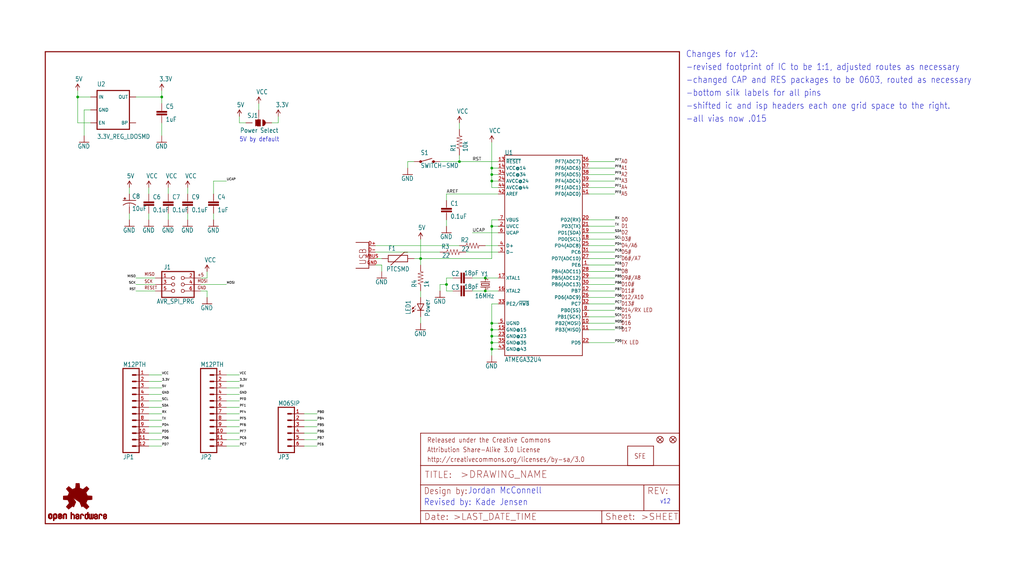
<source format=kicad_sch>
(kicad_sch (version 20211123) (generator eeschema)
  (paper "User" 401.98 225.476)
  (lib_symbols
    (symbol "eagleSchem-eagle-import:3.3V" (power)
      (property "Value" "3.3V" (at -1.016 3.556 0))
      (symbol "3.3V_1_0"
        (pin power_in line (at 0 0 90) (length 2.54) (name "3.3V") (number "1"))
      )
    )
    (symbol "eagleSchem-eagle-import:5V" (power)
      (property "Value" "5V" (at -1.016 3.556 0))
      (symbol "5V_1_0"
        (pin power_in line (at 0 0 90) (length 2.54) (name "5V") (number "1"))
      )
    )
    (symbol "eagleSchem-eagle-import:ATMEGA32U41{colon}1"
      (property "Value" "ATMEGA32U41{colon}1" (at -15.24 -43.18 0))
      (symbol "ATMEGA32U41{colon}1_1_0"
        (text "A0" (at 30.48 34.798 0) (effects (font (size 1.524 1.2954)) (justify left bottom)))
        (text "A1" (at 30.48 32.258 0) (effects (font (size 1.524 1.2954)) (justify left bottom)))
        (text "A2" (at 30.48 29.718 0) (effects (font (size 1.524 1.2954)) (justify left bottom)))
        (text "A3" (at 30.48 27.178 0) (effects (font (size 1.524 1.2954)) (justify left bottom)))
        (text "A4" (at 30.48 24.638 0) (effects (font (size 1.524 1.2954)) (justify left bottom)))
        (text "A5" (at 30.48 22.098 0) (effects (font (size 1.524 1.2954)) (justify left bottom)))
        (text "D0" (at 30.48 11.938 0) (effects (font (size 1.524 1.2954)) (justify left bottom)))
        (text "D1" (at 30.48 9.398 0) (effects (font (size 1.524 1.2954)) (justify left bottom)))
        (text "D10#" (at 30.48 -13.462 0) (effects (font (size 1.524 1.2954)) (justify left bottom)))
        (text "D11#" (at 30.48 -16.002 0) (effects (font (size 1.524 1.2954)) (justify left bottom)))
        (text "D12/A10" (at 30.48 -18.542 0) (effects (font (size 1.524 1.2954)) (justify left bottom)))
        (text "D13#" (at 30.48 -21.082 0) (effects (font (size 1.524 1.2954)) (justify left bottom)))
        (text "D14/RX LED" (at 30.48 -23.622 0) (effects (font (size 1.524 1.2954)) (justify left bottom)))
        (text "D15" (at 30.48 -26.162 0) (effects (font (size 1.524 1.2954)) (justify left bottom)))
        (text "D16" (at 30.48 -28.702 0) (effects (font (size 1.524 1.2954)) (justify left bottom)))
        (text "D17" (at 30.48 -31.242 0) (effects (font (size 1.524 1.2954)) (justify left bottom)))
        (text "D2" (at 30.48 6.858 0) (effects (font (size 1.524 1.2954)) (justify left bottom)))
        (text "D3#" (at 30.48 4.318 0) (effects (font (size 1.524 1.2954)) (justify left bottom)))
        (text "D4/A6" (at 30.48 1.778 0) (effects (font (size 1.524 1.2954)) (justify left bottom)))
        (text "D5#" (at 30.48 -0.762 0) (effects (font (size 1.524 1.2954)) (justify left bottom)))
        (text "D6#/A7" (at 30.48 -3.302 0) (effects (font (size 1.524 1.2954)) (justify left bottom)))
        (text "D7" (at 30.48 -5.842 0) (effects (font (size 1.524 1.2954)) (justify left bottom)))
        (text "D8" (at 30.48 -8.382 0) (effects (font (size 1.524 1.2954)) (justify left bottom)))
        (text "D9#/A8" (at 30.48 -10.922 0) (effects (font (size 1.524 1.2954)) (justify left bottom)))
        (text "TX LED" (at 30.48 -36.322 0) (effects (font (size 1.524 1.2954)) (justify left bottom)))
        (pin bidirectional line (at 17.78 -5.08 180) (length 2.54) (name "PE6") (number "1"))
        (pin bidirectional line (at 17.78 -27.94 180) (length 2.54) (name "PB2(MOSI)") (number "10"))
        (pin bidirectional line (at 17.78 -30.48 180) (length 2.54) (name "PB3(MISO)") (number "11"))
        (pin bidirectional line (at 17.78 -15.24 180) (length 2.54) (name "PB7") (number "12"))
        (pin bidirectional line (at -17.78 35.56 0) (length 2.54) (name "~{RESET}") (number "13"))
        (pin bidirectional line (at -17.78 33.02 0) (length 2.54) (name "VCC@14") (number "14"))
        (pin bidirectional line (at -17.78 -30.48 0) (length 2.54) (name "GND@15") (number "15"))
        (pin bidirectional line (at -17.78 -15.24 0) (length 2.54) (name "XTAL2") (number "16"))
        (pin bidirectional line (at -17.78 -10.16 0) (length 2.54) (name "XTAL1") (number "17"))
        (pin bidirectional line (at 17.78 5.08 180) (length 2.54) (name "PD0(SCL)") (number "18"))
        (pin bidirectional line (at 17.78 7.62 180) (length 2.54) (name "PD1(SDA)") (number "19"))
        (pin bidirectional line (at -17.78 10.16 0) (length 2.54) (name "UVCC") (number "2"))
        (pin bidirectional line (at 17.78 12.7 180) (length 2.54) (name "PD2(RX)") (number "20"))
        (pin bidirectional line (at 17.78 10.16 180) (length 2.54) (name "PD3(TX)") (number "21"))
        (pin bidirectional line (at 17.78 -35.56 180) (length 2.54) (name "PD5") (number "22"))
        (pin bidirectional line (at -17.78 -33.02 0) (length 2.54) (name "GND@23") (number "23"))
        (pin bidirectional line (at -17.78 27.94 0) (length 2.54) (name "AVCC@24") (number "24"))
        (pin bidirectional line (at 17.78 2.54 180) (length 2.54) (name "PD4(ADC8)") (number "25"))
        (pin bidirectional line (at 17.78 -17.78 180) (length 2.54) (name "PD6(ADC9)") (number "26"))
        (pin bidirectional line (at 17.78 -2.54 180) (length 2.54) (name "PD7(ADC10)") (number "27"))
        (pin bidirectional line (at 17.78 -7.62 180) (length 2.54) (name "PB4(ADC11)") (number "28"))
        (pin bidirectional line (at 17.78 -10.16 180) (length 2.54) (name "PB5(ADC12)") (number "29"))
        (pin bidirectional line (at -17.78 0 0) (length 2.54) (name "D-") (number "3"))
        (pin bidirectional line (at 17.78 -12.7 180) (length 2.54) (name "PB6(ADC13)") (number "30"))
        (pin bidirectional line (at 17.78 0 180) (length 2.54) (name "PC6") (number "31"))
        (pin bidirectional line (at 17.78 -20.32 180) (length 2.54) (name "PC7") (number "32"))
        (pin bidirectional line (at -17.78 -20.32 0) (length 2.54) (name "PE2/~{HWB}") (number "33"))
        (pin bidirectional line (at -17.78 30.48 0) (length 2.54) (name "VCC@34") (number "34"))
        (pin bidirectional line (at -17.78 -35.56 0) (length 2.54) (name "GND@35") (number "35"))
        (pin bidirectional line (at 17.78 35.56 180) (length 2.54) (name "PF7(ADC7)") (number "36"))
        (pin bidirectional line (at 17.78 33.02 180) (length 2.54) (name "PF6(ADC6)") (number "37"))
        (pin bidirectional line (at 17.78 30.48 180) (length 2.54) (name "PF5(ADC5)") (number "38"))
        (pin bidirectional line (at 17.78 27.94 180) (length 2.54) (name "PF4(ADC4)") (number "39"))
        (pin bidirectional line (at -17.78 2.54 0) (length 2.54) (name "D+") (number "4"))
        (pin bidirectional line (at 17.78 25.4 180) (length 2.54) (name "PF1(ADC1)") (number "40"))
        (pin bidirectional line (at 17.78 22.86 180) (length 2.54) (name "PF0(ADC0)") (number "41"))
        (pin bidirectional line (at -17.78 22.86 0) (length 2.54) (name "AREF") (number "42"))
        (pin bidirectional line (at -17.78 -38.1 0) (length 2.54) (name "GND@43") (number "43"))
        (pin bidirectional line (at -17.78 25.4 0) (length 2.54) (name "AVCC@44") (number "44"))
        (pin bidirectional line (at -17.78 -27.94 0) (length 2.54) (name "UGND") (number "5"))
        (pin bidirectional line (at -17.78 7.62 0) (length 2.54) (name "UCAP") (number "6"))
        (pin bidirectional line (at -17.78 12.7 0) (length 2.54) (name "VBUS") (number "7"))
        (pin bidirectional line (at 17.78 -22.86 180) (length 2.54) (name "PB0(SS)") (number "8"))
        (pin bidirectional line (at 17.78 -25.4 180) (length 2.54) (name "PB1(SCK)") (number "9"))
      )
    )
    (symbol "eagleSchem-eagle-import:AVR_SPI_PRG_6PTH"
      (property "Reference" "J" (at -4.318 5.842 0))
      (property "Value" "AVR_SPI_PRG_6PTH" (at -4.064 -7.62 0))
      (symbol "AVR_SPI_PRG_6PTH_1_0"
        (text "+5" (at 8.89 3.048 0) (effects (font (size 1.27 1.0795)) (justify left bottom)))
        (text "GND" (at 8.89 -2.032 0) (effects (font (size 1.27 1.0795)) (justify left bottom)))
        (text "MISO" (at -11.938 3.302 0) (effects (font (size 1.27 1.0795)) (justify left bottom)))
        (text "MOSI" (at 8.89 0.635 0) (effects (font (size 1.27 1.0795)) (justify left bottom)))
        (text "RESET" (at -11.938 -2.032 0) (effects (font (size 1.27 1.0795)) (justify left bottom)))
        (text "SCK" (at -11.938 0.508 0) (effects (font (size 1.27 1.0795)) (justify left bottom)))
        (pin passive inverted (at -7.62 2.54 0) (length 7.62) (name "1") (number "1"))
        (pin passive inverted (at 10.16 2.54 180) (length 7.62) (name "2") (number "2"))
        (pin passive inverted (at -7.62 0 0) (length 7.62) (name "3") (number "3"))
        (pin passive inverted (at 10.16 0 180) (length 7.62) (name "4") (number "4"))
        (pin passive inverted (at -7.62 -2.54 0) (length 7.62) (name "5") (number "5"))
        (pin passive inverted (at 10.16 -2.54 180) (length 7.62) (name "6") (number "6"))
      )
    )
    (symbol "eagleSchem-eagle-import:CAP0603-CAP"
      (property "Reference" "C" (at 1.524 2.921 0))
      (property "Value" "CAP0603-CAP" (at 1.524 -2.159 0))
      (symbol "CAP0603-CAP_1_0"
        (pin passive line (at 0 5.08 270) (length 2.54) (name "1") (number "1"))
        (pin passive line (at 0 -2.54 90) (length 2.54) (name "2") (number "2"))
      )
    )
    (symbol "eagleSchem-eagle-import:CAP_POL1206"
      (property "Reference" "C" (at 1.016 0.635 0))
      (property "Value" "CAP_POL1206" (at 1.016 -4.191 0))
      (symbol "CAP_POL1206_1_0"
        (pin passive line (at 0 2.54 270) (length 2.54) (name "+") (number "A"))
        (pin passive line (at 0 -5.08 90) (length 2.54) (name "-") (number "C"))
      )
    )
    (symbol "eagleSchem-eagle-import:CRYSTAL5X3"
      (property "Reference" "Y" (at 2.54 1.016 0))
      (property "Value" "CRYSTAL5X3" (at 2.54 -2.54 0))
      (symbol "CRYSTAL5X3_1_0"
        (text "1" (at -2.159 -1.143 0) (effects (font (size 0.8636 0.734)) (justify left bottom)))
        (text "2" (at 1.524 -1.143 0) (effects (font (size 0.8636 0.734)) (justify left bottom)))
        (pin passive line (at -2.54 0 0) (length 0) (name "1") (number "1"))
        (pin passive line (at 2.54 0 180) (length 0) (name "2") (number "3"))
      )
    )
    (symbol "eagleSchem-eagle-import:FIDUCIAL1X2")
    (symbol "eagleSchem-eagle-import:FRAME-LETTER"
      (symbol "FRAME-LETTER_2_0"
        (text ">DRAWING_NAME" (at 15.494 17.78 0) (effects (font (size 2.7432 2.7432)) (justify left bottom)))
        (text ">LAST_DATE_TIME" (at 12.7 1.27 0) (effects (font (size 2.54 2.54)) (justify left bottom)))
        (text ">SHEET" (at 86.36 1.27 0) (effects (font (size 2.54 2.54)) (justify left bottom)))
        (text "Attribution Share-Alike 3.0 License" (at 2.54 27.94 0) (effects (font (size 1.9304 1.6408)) (justify left bottom)))
        (text "Date:" (at 1.27 1.27 0) (effects (font (size 2.54 2.54)) (justify left bottom)))
        (text "Design by:" (at 1.27 11.43 0) (effects (font (size 2.54 2.159)) (justify left bottom)))
        (text "http://creativecommons.org/licenses/by-sa/3.0" (at 2.54 24.13 0) (effects (font (size 1.9304 1.6408)) (justify left bottom)))
        (text "Released under the Creative Commons" (at 2.54 31.75 0) (effects (font (size 1.9304 1.6408)) (justify left bottom)))
        (text "REV:" (at 88.9 11.43 0) (effects (font (size 2.54 2.54)) (justify left bottom)))
        (text "Sheet:" (at 72.39 1.27 0) (effects (font (size 2.54 2.54)) (justify left bottom)))
        (text "TITLE:" (at 1.524 17.78 0) (effects (font (size 2.54 2.54)) (justify left bottom)))
      )
    )
    (symbol "eagleSchem-eagle-import:GND" (power)
      (property "Value" "GND" (at -2.54 -2.54 0))
      (symbol "GND_1_0"
        (pin power_in line (at 0 2.54 270) (length 2.54) (name "GND") (number "1"))
      )
    )
    (symbol "eagleSchem-eagle-import:LED0603"
      (property "Reference" "LED" (at 3.556 -4.572 90))
      (property "Value" "LED0603" (at 5.715 -4.572 90))
      (symbol "LED0603_1_0"
        (pin passive line (at 0 2.54 270) (length 2.54) (name "A") (number "A"))
        (pin passive line (at 0 -5.08 90) (length 2.54) (name "C") (number "C"))
      )
    )
    (symbol "eagleSchem-eagle-import:LOGO-SFENEW"
      (symbol "LOGO-SFENEW_1_0"
        (text "SFE" (at 0 0 0) (effects (font (size 1.9304 1.6408)) (justify left bottom)))
      )
    )
    (symbol "eagleSchem-eagle-import:M06SIP"
      (property "Reference" "JP" (at -5.08 10.922 0))
      (property "Value" "M06SIP" (at -5.08 -10.16 0))
      (symbol "M06SIP_1_0"
        (pin passive line (at 5.08 -5.08 180) (length 5.08) (name "1") (number "1"))
        (pin passive line (at 5.08 -2.54 180) (length 5.08) (name "2") (number "2"))
        (pin passive line (at 5.08 0 180) (length 5.08) (name "3") (number "3"))
        (pin passive line (at 5.08 2.54 180) (length 5.08) (name "4") (number "4"))
        (pin passive line (at 5.08 5.08 180) (length 5.08) (name "5") (number "5"))
        (pin passive line (at 5.08 7.62 180) (length 5.08) (name "6") (number "6"))
      )
    )
    (symbol "eagleSchem-eagle-import:M12PTH"
      (property "Reference" "JP" (at 0 16.002 0))
      (property "Value" "M12PTH" (at 0 -20.32 0))
      (symbol "M12PTH_1_0"
        (pin passive line (at 10.16 -15.24 180) (length 5.08) (name "1") (number "1"))
        (pin passive line (at 10.16 7.62 180) (length 5.08) (name "10") (number "10"))
        (pin passive line (at 10.16 10.16 180) (length 5.08) (name "11") (number "11"))
        (pin passive line (at 10.16 12.7 180) (length 5.08) (name "12") (number "12"))
        (pin passive line (at 10.16 -12.7 180) (length 5.08) (name "2") (number "2"))
        (pin passive line (at 10.16 -10.16 180) (length 5.08) (name "3") (number "3"))
        (pin passive line (at 10.16 -7.62 180) (length 5.08) (name "4") (number "4"))
        (pin passive line (at 10.16 -5.08 180) (length 5.08) (name "5") (number "5"))
        (pin passive line (at 10.16 -2.54 180) (length 5.08) (name "6") (number "6"))
        (pin passive line (at 10.16 0 180) (length 5.08) (name "7") (number "7"))
        (pin passive line (at 10.16 2.54 180) (length 5.08) (name "8") (number "8"))
        (pin passive line (at 10.16 5.08 180) (length 5.08) (name "9") (number "9"))
      )
    )
    (symbol "eagleSchem-eagle-import:OSHW-LOGOM")
    (symbol "eagleSchem-eagle-import:PTCSMD"
      (property "Reference" "F" (at -2.54 3.048 0))
      (property "Value" "PTCSMD" (at -3.302 -5.08 0))
      (symbol "PTCSMD_1_0"
        (pin bidirectional line (at -5.08 0 0) (length 2.54) (name "1") (number "1"))
        (pin bidirectional line (at 7.62 0 180) (length 2.54) (name "2") (number "2"))
      )
    )
    (symbol "eagleSchem-eagle-import:RESISTOR0603-RES"
      (property "Reference" "R" (at -3.81 1.4986 0))
      (property "Value" "RESISTOR0603-RES" (at -3.81 -3.302 0))
      (symbol "RESISTOR0603-RES_1_0"
        (pin passive line (at -5.08 0 0) (length 2.54) (name "1") (number "1"))
        (pin passive line (at 5.08 0 180) (length 2.54) (name "2") (number "2"))
      )
    )
    (symbol "eagleSchem-eagle-import:SOLDERJUMPER_2WAYPASTE2&3"
      (property "Reference" "SJ" (at 2.54 0.381 0))
      (property "Value" "SOLDERJUMPER_2WAYPASTE2&3" (at 2.54 -1.905 0))
      (symbol "SOLDERJUMPER_2WAYPASTE2&3_1_0"
        (pin passive line (at 0 5.08 270) (length 2.54) (name "1") (number "1"))
        (pin passive line (at -5.08 0 0) (length 2.54) (name "2") (number "2"))
        (pin passive line (at 0 -5.08 90) (length 2.54) (name "3") (number "3"))
      )
    )
    (symbol "eagleSchem-eagle-import:SWITCH-MOMENTARY-2SMD"
      (property "Reference" "S" (at -2.54 2.54 0))
      (property "Value" "SWITCH-MOMENTARY-2SMD" (at -2.54 -2.54 0))
      (symbol "SWITCH-MOMENTARY-2SMD_1_0"
        (pin passive line (at -5.08 0 0) (length 2.54) (name "1") (number "1"))
        (pin passive line (at 5.08 0 180) (length 2.54) (name "2") (number "3"))
      )
    )
    (symbol "eagleSchem-eagle-import:USBSMD"
      (symbol "USBSMD_1_0"
        (text "USB" (at 3.81 0 900) (effects (font (size 2.54 2.159)) (justify left bottom)))
        (pin bidirectional line (at -2.54 7.62 0) (length 2.54) (name "D+") (number "D+"))
        (pin bidirectional line (at -2.54 5.08 0) (length 2.54) (name "D-") (number "D-"))
        (pin bidirectional line (at -2.54 0 0) (length 2.54) (name "GND") (number "GND"))
        (pin bidirectional line (at -2.54 2.54 0) (length 2.54) (name "VBUS") (number "VBUS"))
      )
    )
    (symbol "eagleSchem-eagle-import:VCC" (power)
      (property "Value" "VCC" (at -1.016 3.556 0))
      (symbol "VCC_1_0"
        (pin power_in line (at 0 0 90) (length 2.54) (name "VCC") (number "1"))
      )
    )
    (symbol "eagleSchem-eagle-import:V_REG_LDOSMD"
      (property "Reference" "U" (at -7.62 9.144 0))
      (property "Value" "V_REG_LDOSMD" (at -7.62 -11.43 0))
      (symbol "V_REG_LDOSMD_1_0"
        (pin input line (at -10.16 5.08 0) (length 2.54) (name "IN") (number "1"))
        (pin input line (at -10.16 0 0) (length 2.54) (name "GND") (number "2"))
        (pin input line (at -10.16 -5.08 0) (length 2.54) (name "EN") (number "3"))
        (pin input line (at 7.62 -5.08 180) (length 2.54) (name "BP") (number "4"))
        (pin passive line (at 7.62 5.08 180) (length 2.54) (name "OUT") (number "5"))
      )
    )
  )
  (junction (at 193.04 134.62))
  (junction (at 193.04 66.04))
  (junction (at 190.5 114.3))
  (junction (at 165.1 101.6))
  (junction (at 63.5 38.1))
  (junction (at 190.5 109.22))
  (junction (at 180.34 63.5))
  (junction (at 193.04 88.9))
  (junction (at 193.04 71.12))
  (junction (at 193.04 129.54))
  (junction (at 193.04 127))
  (junction (at 193.04 137.16))
  (junction (at 193.04 132.08))
  (junction (at 193.04 68.58))
  (junction (at 175.26 111.76))
  (junction (at 30.48 38.1))
  (wire (pts (xy 231.14 68.58) (xy 241.3 68.58)))
  (wire (pts (xy 101.6 40.64) (xy 101.6 43.18)))
  (wire (pts (xy 180.34 50.8) (xy 180.34 48.26)))
  (wire (pts (xy 231.14 73.66) (xy 241.3 73.66)))
  (wire (pts (xy 193.04 101.6) (xy 193.04 88.9)))
  (wire (pts (xy 81.28 109.22) (xy 81.28 106.68)))
  (wire (pts (xy 231.14 109.22) (xy 241.3 109.22)))
  (wire (pts (xy 175.26 111.76) (xy 175.26 109.22)))
  (wire (pts (xy 175.26 78.74) (xy 175.26 76.2)))
  (wire (pts (xy 175.26 109.22) (xy 177.8 109.22)))
  (wire (pts (xy 193.04 139.7) (xy 193.04 137.16)))
  (wire (pts (xy 30.48 38.1) (xy 35.56 38.1)))
  (wire (pts (xy 119.38 167.64) (xy 124.46 167.64)))
  (wire (pts (xy 231.14 71.12) (xy 241.3 71.12)))
  (wire (pts (xy 58.42 147.32) (xy 63.5 147.32)))
  (wire (pts (xy 88.9 172.72) (xy 93.98 172.72)))
  (wire (pts (xy 50.8 76.2) (xy 50.8 73.66)))
  (wire (pts (xy 231.14 104.14) (xy 241.3 104.14)))
  (wire (pts (xy 58.42 73.66) (xy 58.42 76.2)))
  (wire (pts (xy 88.9 175.26) (xy 93.98 175.26)))
  (wire (pts (xy 109.22 45.72) (xy 109.22 48.26)))
  (wire (pts (xy 231.14 99.06) (xy 241.3 99.06)))
  (wire (pts (xy 231.14 127) (xy 241.3 127)))
  (wire (pts (xy 66.04 86.36) (xy 66.04 83.82)))
  (wire (pts (xy 177.8 114.3) (xy 175.26 114.3)))
  (wire (pts (xy 58.42 154.94) (xy 63.5 154.94)))
  (wire (pts (xy 180.34 63.5) (xy 195.58 63.5)))
  (wire (pts (xy 231.14 76.2) (xy 241.3 76.2)))
  (wire (pts (xy 193.04 66.04) (xy 193.04 55.88)))
  (wire (pts (xy 231.14 63.5) (xy 241.3 63.5)))
  (wire (pts (xy 193.04 137.16) (xy 195.58 137.16)))
  (wire (pts (xy 160.02 66.04) (xy 160.02 63.5)))
  (wire (pts (xy 119.38 170.18) (xy 124.46 170.18)))
  (wire (pts (xy 58.42 149.86) (xy 63.5 149.86)))
  (wire (pts (xy 30.48 38.1) (xy 30.48 35.56)))
  (wire (pts (xy 231.14 124.46) (xy 241.3 124.46)))
  (wire (pts (xy 195.58 66.04) (xy 193.04 66.04)))
  (wire (pts (xy 147.32 104.14) (xy 149.86 104.14)))
  (wire (pts (xy 58.42 165.1) (xy 63.5 165.1)))
  (wire (pts (xy 60.96 111.76) (xy 53.34 111.76)))
  (wire (pts (xy 193.04 73.66) (xy 193.04 71.12)))
  (wire (pts (xy 165.1 93.98) (xy 165.1 101.6)))
  (wire (pts (xy 231.14 129.54) (xy 241.3 129.54)))
  (wire (pts (xy 193.04 134.62) (xy 195.58 134.62)))
  (wire (pts (xy 50.8 86.36) (xy 50.8 83.82)))
  (wire (pts (xy 147.32 96.52) (xy 180.34 96.52)))
  (wire (pts (xy 119.38 165.1) (xy 124.46 165.1)))
  (wire (pts (xy 147.32 99.06) (xy 172.72 99.06)))
  (wire (pts (xy 30.48 48.26) (xy 35.56 48.26)))
  (wire (pts (xy 78.74 111.76) (xy 88.9 111.76)))
  (wire (pts (xy 88.9 170.18) (xy 93.98 170.18)))
  (wire (pts (xy 190.5 109.22) (xy 195.58 109.22)))
  (wire (pts (xy 58.42 167.64) (xy 63.5 167.64)))
  (wire (pts (xy 193.04 127) (xy 193.04 119.38)))
  (wire (pts (xy 30.48 38.1) (xy 30.48 48.26)))
  (wire (pts (xy 193.04 129.54) (xy 195.58 129.54)))
  (wire (pts (xy 147.32 101.6) (xy 149.86 101.6)))
  (wire (pts (xy 231.14 96.52) (xy 241.3 96.52)))
  (wire (pts (xy 119.38 172.72) (xy 124.46 172.72)))
  (wire (pts (xy 73.66 73.66) (xy 73.66 76.2)))
  (wire (pts (xy 231.14 86.36) (xy 241.3 86.36)))
  (wire (pts (xy 231.14 121.92) (xy 241.3 121.92)))
  (wire (pts (xy 193.04 134.62) (xy 193.04 132.08)))
  (wire (pts (xy 185.42 109.22) (xy 190.5 109.22)))
  (wire (pts (xy 190.5 96.52) (xy 195.58 96.52)))
  (wire (pts (xy 165.1 124.46) (xy 165.1 127)))
  (wire (pts (xy 58.42 152.4) (xy 63.5 152.4)))
  (wire (pts (xy 165.1 101.6) (xy 193.04 101.6)))
  (wire (pts (xy 149.86 104.14) (xy 149.86 106.68)))
  (wire (pts (xy 193.04 132.08) (xy 195.58 132.08)))
  (wire (pts (xy 165.1 114.3) (xy 165.1 116.84)))
  (wire (pts (xy 58.42 172.72) (xy 63.5 172.72)))
  (wire (pts (xy 193.04 119.38) (xy 195.58 119.38)))
  (wire (pts (xy 193.04 68.58) (xy 193.04 66.04)))
  (wire (pts (xy 58.42 175.26) (xy 63.5 175.26)))
  (wire (pts (xy 175.26 88.9) (xy 175.26 86.36)))
  (wire (pts (xy 231.14 134.62) (xy 241.3 134.62)))
  (wire (pts (xy 119.38 162.56) (xy 124.46 162.56)))
  (wire (pts (xy 193.04 129.54) (xy 193.04 127)))
  (wire (pts (xy 190.5 114.3) (xy 185.42 114.3)))
  (wire (pts (xy 195.58 91.44) (xy 185.42 91.44)))
  (wire (pts (xy 58.42 160.02) (xy 63.5 160.02)))
  (wire (pts (xy 109.22 48.26) (xy 106.68 48.26)))
  (wire (pts (xy 35.56 43.18) (xy 33.02 43.18)))
  (wire (pts (xy 172.72 111.76) (xy 172.72 114.3)))
  (wire (pts (xy 231.14 93.98) (xy 241.3 93.98)))
  (wire (pts (xy 63.5 48.26) (xy 63.5 53.34)))
  (wire (pts (xy 195.58 71.12) (xy 193.04 71.12)))
  (wire (pts (xy 88.9 152.4) (xy 93.98 152.4)))
  (wire (pts (xy 193.04 132.08) (xy 193.04 129.54)))
  (wire (pts (xy 60.96 114.3) (xy 53.34 114.3)))
  (wire (pts (xy 193.04 137.16) (xy 193.04 134.62)))
  (wire (pts (xy 195.58 114.3) (xy 190.5 114.3)))
  (wire (pts (xy 96.52 48.26) (xy 93.98 48.26)))
  (wire (pts (xy 231.14 101.6) (xy 241.3 101.6)))
  (wire (pts (xy 83.82 86.36) (xy 83.82 83.82)))
  (wire (pts (xy 193.04 86.36) (xy 195.58 86.36)))
  (wire (pts (xy 58.42 83.82) (xy 58.42 86.36)))
  (wire (pts (xy 73.66 83.82) (xy 73.66 86.36)))
  (wire (pts (xy 81.28 114.3) (xy 81.28 116.84)))
  (wire (pts (xy 231.14 116.84) (xy 241.3 116.84)))
  (wire (pts (xy 33.02 43.18) (xy 33.02 53.34)))
  (wire (pts (xy 88.9 147.32) (xy 93.98 147.32)))
  (wire (pts (xy 165.1 101.6) (xy 165.1 104.14)))
  (wire (pts (xy 63.5 38.1) (xy 63.5 35.56)))
  (wire (pts (xy 175.26 76.2) (xy 195.58 76.2)))
  (wire (pts (xy 58.42 157.48) (xy 63.5 157.48)))
  (wire (pts (xy 78.74 114.3) (xy 81.28 114.3)))
  (wire (pts (xy 231.14 119.38) (xy 241.3 119.38)))
  (wire (pts (xy 231.14 91.44) (xy 241.3 91.44)))
  (wire (pts (xy 195.58 73.66) (xy 193.04 73.66)))
  (wire (pts (xy 88.9 162.56) (xy 93.98 162.56)))
  (wire (pts (xy 182.88 99.06) (xy 195.58 99.06)))
  (wire (pts (xy 66.04 73.66) (xy 66.04 76.2)))
  (wire (pts (xy 193.04 88.9) (xy 193.04 86.36)))
  (wire (pts (xy 193.04 71.12) (xy 193.04 68.58)))
  (wire (pts (xy 88.9 149.86) (xy 93.98 149.86)))
  (wire (pts (xy 58.42 162.56) (xy 63.5 162.56)))
  (wire (pts (xy 88.9 165.1) (xy 93.98 165.1)))
  (wire (pts (xy 58.42 170.18) (xy 63.5 170.18)))
  (wire (pts (xy 231.14 88.9) (xy 241.3 88.9)))
  (wire (pts (xy 180.34 60.96) (xy 180.34 63.5)))
  (wire (pts (xy 231.14 114.3) (xy 241.3 114.3)))
  (wire (pts (xy 231.14 111.76) (xy 241.3 111.76)))
  (wire (pts (xy 88.9 167.64) (xy 93.98 167.64)))
  (wire (pts (xy 63.5 38.1) (xy 63.5 40.64)))
  (wire (pts (xy 231.14 66.04) (xy 241.3 66.04)))
  (wire (pts (xy 172.72 63.5) (xy 180.34 63.5)))
  (wire (pts (xy 88.9 160.02) (xy 93.98 160.02)))
  (wire (pts (xy 162.56 101.6) (xy 165.1 101.6)))
  (wire (pts (xy 195.58 68.58) (xy 193.04 68.58)))
  (wire (pts (xy 175.26 114.3) (xy 175.26 111.76)))
  (wire (pts (xy 231.14 106.68) (xy 241.3 106.68)))
  (wire (pts (xy 119.38 175.26) (xy 124.46 175.26)))
  (wire (pts (xy 88.9 157.48) (xy 93.98 157.48)))
  (wire (pts (xy 160.02 63.5) (xy 162.56 63.5)))
  (wire (pts (xy 78.74 109.22) (xy 81.28 109.22)))
  (wire (pts (xy 193.04 88.9) (xy 195.58 88.9)))
  (wire (pts (xy 88.9 154.94) (xy 93.98 154.94)))
  (wire (pts (xy 193.04 127) (xy 195.58 127)))
  (wire (pts (xy 53.34 38.1) (xy 63.5 38.1)))
  (wire (pts (xy 60.96 109.22) (xy 53.34 109.22)))
  (wire (pts (xy 83.82 76.2) (xy 83.82 71.12)))
  (wire (pts (xy 93.98 48.26) (xy 93.98 45.72)))
  (wire (pts (xy 83.82 71.12) (xy 88.9 71.12)))
  (wire (pts (xy 175.26 111.76) (xy 172.72 111.76)))
  (text "Jordan McConnell" (at 183.642 194.31 180) (effects (font (size 2.54 2.159)) (justify left bottom)))
  (text "Changes for v12:" (at 269.24 22.86 180) (effects (font (size 2.54 2.159)) (justify left bottom)))
  (text "5V by default" (at 93.98 55.88 180) (effects (font (size 1.778 1.5113)) (justify left bottom)))
  (text "-changed CAP and RES packages to be 0603, routed as necessary" (at 269.24 33.02 0) (effects (font (size 2.54 2.159)) (justify left bottom)))
  (text "-bottom silk labels for all pins" (at 269.24 38.1 180) (effects (font (size 2.54 2.159)) (justify left bottom)))
  (text "v12" (at 259.08 198.12 180) (effects (font (size 1.778 1.5113)) (justify left bottom)))
  (text "-revised footprint of IC to be 1:1, adjusted routes as necessary" (at 269.24 27.94 0) (effects (font (size 2.54 2.159)) (justify left bottom)))
  (text "-shifted ic and isp headers each one grid space to the right." (at 269.24 43.18 0) (effects (font (size 2.54 2.159)) (justify left bottom)))
  (text "-all vias now .015" (at 269.24 48.26 180) (effects (font (size 2.54 2.159)) (justify left bottom)))
  (text "Revised by: Kade Jensen" (at 166.37 198.882 180) (effects (font (size 2.54 2.159)) (justify left bottom)))
  (label "GND" (at 63.5 154.94 0) (effects (font (size 0.889 0.889))))
  (label "PE6" (at 124.46 175.26 0) (effects (font (size 0.889 0.889))))
  (label "PF6" (at 93.98 167.64 0) (effects (font (size 0.889 0.889))))
  (label "PB6" (at 241.3 111.76 0) (effects (font (size 0.889 0.889))))
  (label "PF5" (at 241.3 68.58 0) (effects (font (size 0.889 0.889))))
  (label "PF6" (at 241.3 66.04 0) (effects (font (size 0.889 0.889))))
  (label "PF7" (at 241.3 63.5 0) (effects (font (size 0.889 0.889))))
  (label "SDA" (at 63.5 160.02 0) (effects (font (size 0.889 0.889))))
  (label "MISO" (at 241.3 129.54 0) (effects (font (size 0.889 0.889))))
  (label "PB6" (at 124.46 170.18 0) (effects (font (size 0.889 0.889))))
  (label "PB7" (at 241.3 114.3 0) (effects (font (size 0.889 0.889))))
  (label "PB5" (at 124.46 167.64 0) (effects (font (size 0.889 0.889))))
  (label "AREF" (at 175.26 76.2 0) (effects (font (size 1.2446 1.2446))))
  (label "PB0" (at 241.3 121.92 0) (effects (font (size 0.889 0.889))))
  (label "TX" (at 241.3 88.9 0) (effects (font (size 0.889 0.889))))
  (label "3.3V" (at 63.5 149.86 0) (effects (font (size 0.889 0.889))))
  (label "VCC" (at 93.98 147.32 0) (effects (font (size 0.889 0.889))))
  (label "PD5" (at 241.3 134.62 0) (effects (font (size 0.889 0.889))))
  (label "PF4" (at 93.98 162.56 0) (effects (font (size 0.889 0.889))))
  (label "PE6" (at 241.3 104.14 0) (effects (font (size 0.889 0.889))))
  (label "TX" (at 63.5 165.1 0) (effects (font (size 0.889 0.889))))
  (label "PF5" (at 93.98 165.1 0) (effects (font (size 0.889 0.889))))
  (label "PD7" (at 63.5 175.26 0) (effects (font (size 0.889 0.889))))
  (label "5V" (at 63.5 152.4 0) (effects (font (size 0.889 0.889))))
  (label "PC6" (at 241.3 99.06 0) (effects (font (size 0.889 0.889))))
  (label "PF1" (at 241.3 73.66 0) (effects (font (size 0.889 0.889))))
  (label "SCK" (at 53.34 111.76 180) (effects (font (size 0.889 0.889))))
  (label "SCK" (at 241.3 124.46 0) (effects (font (size 0.889 0.889))))
  (label "PB0" (at 124.46 162.56 0) (effects (font (size 0.889 0.889))))
  (label "PF7" (at 93.98 170.18 0) (effects (font (size 0.889 0.889))))
  (label "SDA" (at 241.3 91.44 0) (effects (font (size 0.889 0.889))))
  (label "PC6" (at 93.98 172.72 0) (effects (font (size 0.889 0.889))))
  (label "PD4" (at 63.5 167.64 0) (effects (font (size 0.889 0.889))))
  (label "PB4" (at 124.46 165.1 0) (effects (font (size 0.889 0.889))))
  (label "VCC" (at 63.5 147.32 0) (effects (font (size 0.889 0.889))))
  (label "SCL" (at 241.3 93.98 0) (effects (font (size 0.889 0.889))))
  (label "UCAP" (at 88.9 71.12 0) (effects (font (size 0.889 0.889))))
  (label "GND" (at 93.98 154.94 0) (effects (font (size 0.889 0.889))))
  (label "MOSI" (at 88.9 111.76 0) (effects (font (size 0.889 0.889))))
  (label "MISO" (at 53.34 109.22 180) (effects (font (size 0.889 0.889))))
  (label "PF0" (at 93.98 157.48 0) (effects (font (size 0.889 0.889))))
  (label "PD6" (at 241.3 116.84 0) (effects (font (size 0.889 0.889))))
  (label "3.3V" (at 93.98 149.86 0) (effects (font (size 0.889 0.889))))
  (label "PD7" (at 241.3 101.6 0) (effects (font (size 0.889 0.889))))
  (label "PF1" (at 93.98 160.02 0) (effects (font (size 0.889 0.889))))
  (label "PF0" (at 241.3 76.2 0) (effects (font (size 0.889 0.889))))
  (label "RX" (at 63.5 162.56 0) (effects (font (size 0.889 0.889))))
  (label "PD5" (at 63.5 170.18 0) (effects (font (size 0.889 0.889))))
  (label "PB5" (at 241.3 109.22 0) (effects (font (size 0.889 0.889))))
  (label "PB4" (at 241.3 106.68 0) (effects (font (size 0.889 0.889))))
  (label "5V" (at 93.98 152.4 0) (effects (font (size 0.889 0.889))))
  (label "PC7" (at 241.3 119.38 0) (effects (font (size 0.889 0.889))))
  (label "PF4" (at 241.3 71.12 0) (effects (font (size 0.889 0.889))))
  (label "PD6" (at 63.5 172.72 0) (effects (font (size 0.889 0.889))))
  (label "PC7" (at 93.98 175.26 0) (effects (font (size 0.889 0.889))))
  (label "MOSI" (at 241.3 127 0) (effects (font (size 0.889 0.889))))
  (label "SCL" (at 63.5 157.48 0) (effects (font (size 0.889 0.889))))
  (label "PD4" (at 241.3 96.52 0) (effects (font (size 0.889 0.889))))
  (label "RX" (at 241.3 86.36 0) (effects (font (size 0.889 0.889))))
  (label "RST" (at 185.42 63.5 0) (effects (font (size 1.2446 1.2446))))
  (label "RST" (at 53.34 114.3 180) (effects (font (size 0.889 0.889))))
  (label "UCAP" (at 185.42 91.44 0) (effects (font (size 1.2446 1.2446))))
  (label "PB7" (at 124.46 172.72 0) (effects (font (size 0.889 0.889))))
  (symbol (lib_id "eagleSchem-eagle-import:VCC") (at 193.04 55.88 0) (unit 1)
    (property "Reference" "#P+2" (effects hide))
    (property "Value" "VCC" (at 192.024 52.324 0) (effects (font (size 1.778 1.5113)) (justify left bottom)))
    (property "Footprint" "eagleSchem:" (effects hide))
  )
  (symbol (lib_id "eagleSchem-eagle-import:FIDUCIAL1X2") (at 264.16 172.72 0) (unit 1)
    (property "Reference" "JP6" (effects hide))
    (property "Value" "FIDUCIAL1X2" (effects hide))
    (property "Footprint" "eagleSchem:FIDUCIAL-1X2" (effects hide))
  )
  (symbol (lib_id "eagleSchem-eagle-import:RESISTOR0603-RES") (at 165.1 109.22 90) (unit 1)
    (property "Reference" "R4" (at 163.6014 113.03 0) (effects (font (size 1.778 1.5113)) (justify left bottom)))
    (property "Value" "1k" (at 168.402 113.03 0) (effects (font (size 1.778 1.5113)) (justify left bottom)))
    (property "Footprint" "eagleSchem:0603-RES" (effects hide))
  )
  (symbol (lib_id "eagleSchem-eagle-import:5V") (at 93.98 45.72 0) (unit 1)
    (property "Reference" "#U$4" (effects hide))
    (property "Value" "5V" (at 92.964 42.164 0) (effects (font (size 1.778 1.5113)) (justify left bottom)))
    (property "Footprint" "eagleSchem:" (effects hide))
  )
  (symbol (lib_id "eagleSchem-eagle-import:GND") (at 73.66 88.9 0) (unit 1)
    (property "Reference" "#GND14" (effects hide))
    (property "Value" "GND" (at 71.12 91.44 0) (effects (font (size 1.778 1.5113)) (justify left bottom)))
    (property "Footprint" "eagleSchem:" (effects hide))
  )
  (symbol (lib_id "eagleSchem-eagle-import:VCC") (at 58.42 73.66 0) (unit 1)
    (property "Reference" "#P+7" (effects hide))
    (property "Value" "VCC" (at 57.404 70.104 0) (effects (font (size 1.778 1.5113)) (justify left bottom)))
    (property "Footprint" "eagleSchem:" (effects hide))
  )
  (symbol (lib_id "eagleSchem-eagle-import:5V") (at 50.8 73.66 0) (unit 1)
    (property "Reference" "#U$5" (effects hide))
    (property "Value" "5V" (at 49.784 70.104 0) (effects (font (size 1.778 1.5113)) (justify left bottom)))
    (property "Footprint" "eagleSchem:" (effects hide))
  )
  (symbol (lib_id "eagleSchem-eagle-import:GND") (at 63.5 55.88 0) (unit 1)
    (property "Reference" "#GND9" (effects hide))
    (property "Value" "GND" (at 60.96 58.42 0) (effects (font (size 1.778 1.5113)) (justify left bottom)))
    (property "Footprint" "eagleSchem:" (effects hide))
  )
  (symbol (lib_id "eagleSchem-eagle-import:5V") (at 165.1 93.98 0) (unit 1)
    (property "Reference" "#U$2" (effects hide))
    (property "Value" "5V" (at 164.084 90.424 0) (effects (font (size 1.778 1.5113)) (justify left bottom)))
    (property "Footprint" "eagleSchem:" (effects hide))
  )
  (symbol (lib_id "eagleSchem-eagle-import:FRAME-LETTER") (at 165.1 205.74 0) (unit 2)
    (property "Reference" "#FRAME1" (effects hide))
    (property "Value" "FRAME-LETTER" (effects hide))
    (property "Footprint" "eagleSchem:" (effects hide))
  )
  (symbol (lib_id "eagleSchem-eagle-import:LED0603") (at 165.1 119.38 0) (unit 1)
    (property "Reference" "LED1" (at 159.258 117.856 90) (effects (font (size 1.778 1.5113)) (justify right top)))
    (property "Value" "Power" (at 168.783 124.46 90) (effects (font (size 1.778 1.5113)) (justify left bottom)))
    (property "Footprint" "eagleSchem:LED-0603" (effects hide))
  )
  (symbol (lib_id "eagleSchem-eagle-import:RESISTOR0603-RES") (at 180.34 55.88 90) (unit 1)
    (property "Reference" "R1" (at 178.8414 59.69 0) (effects (font (size 1.778 1.5113)) (justify left bottom)))
    (property "Value" "10k" (at 183.642 59.69 0) (effects (font (size 1.778 1.5113)) (justify left bottom)))
    (property "Footprint" "eagleSchem:0603-RES" (effects hide))
  )
  (symbol (lib_id "eagleSchem-eagle-import:CAP0603-CAP") (at 66.04 81.28 0) (unit 1)
    (property "Reference" "C7" (at 67.564 78.359 0) (effects (font (size 1.778 1.5113)) (justify left bottom)))
    (property "Value" "0.1uF" (at 67.564 83.439 0) (effects (font (size 1.778 1.5113)) (justify left bottom)))
    (property "Footprint" "eagleSchem:0603-CAP" (effects hide))
  )
  (symbol (lib_id "eagleSchem-eagle-import:OSHW-LOGOM") (at 30.48 195.58 0) (unit 1)
    (property "Reference" "U$6" (effects hide))
    (property "Value" "OSHW-LOGOM" (effects hide))
    (property "Footprint" "eagleSchem:OSHW-LOGO-M" (effects hide))
  )
  (symbol (lib_id "eagleSchem-eagle-import:GND") (at 149.86 109.22 0) (unit 1)
    (property "Reference" "#GND4" (effects hide))
    (property "Value" "GND" (at 147.32 111.76 0) (effects (font (size 1.778 1.5113)) (justify left bottom)))
    (property "Footprint" "eagleSchem:" (effects hide))
  )
  (symbol (lib_id "eagleSchem-eagle-import:3.3V") (at 63.5 35.56 0) (unit 1)
    (property "Reference" "#P+4" (effects hide))
    (property "Value" "3.3V" (at 62.484 32.004 0) (effects (font (size 1.778 1.5113)) (justify left bottom)))
    (property "Footprint" "eagleSchem:" (effects hide))
  )
  (symbol (lib_id "eagleSchem-eagle-import:CAP0603-CAP") (at 182.88 114.3 90) (unit 1)
    (property "Reference" "C3" (at 180.34 111.887 90) (effects (font (size 1.778 1.5113)) (justify left bottom)))
    (property "Value" "18pF" (at 187.96 111.633 90) (effects (font (size 1.778 1.5113)) (justify left bottom)))
    (property "Footprint" "eagleSchem:0603-CAP" (effects hide))
  )
  (symbol (lib_id "eagleSchem-eagle-import:PTCSMD") (at 154.94 101.6 0) (unit 1)
    (property "Reference" "F1" (at 152.4 98.552 0) (effects (font (size 1.778 1.5113)) (justify left bottom)))
    (property "Value" "PTCSMD" (at 151.638 106.68 0) (effects (font (size 1.778 1.5113)) (justify left bottom)))
    (property "Footprint" "eagleSchem:PTC-1206" (effects hide))
  )
  (symbol (lib_id "eagleSchem-eagle-import:RESISTOR0603-RES") (at 177.8 99.06 0) (unit 1)
    (property "Reference" "R3" (at 173.228 97.8154 0) (effects (font (size 1.778 1.5113)) (justify left bottom)))
    (property "Value" "22" (at 173.482 101.346 0) (effects (font (size 1.778 1.5113)) (justify left bottom)))
    (property "Footprint" "eagleSchem:0603-RES" (effects hide))
  )
  (symbol (lib_id "eagleSchem-eagle-import:VCC") (at 180.34 48.26 0) (unit 1)
    (property "Reference" "#P+1" (effects hide))
    (property "Value" "VCC" (at 179.324 44.704 0) (effects (font (size 1.778 1.5113)) (justify left bottom)))
    (property "Footprint" "eagleSchem:" (effects hide))
  )
  (symbol (lib_id "eagleSchem-eagle-import:CAP0603-CAP") (at 182.88 109.22 90) (unit 1)
    (property "Reference" "C2" (at 180.34 106.553 90) (effects (font (size 1.778 1.5113)) (justify left bottom)))
    (property "Value" "18pF" (at 187.96 106.299 90) (effects (font (size 1.778 1.5113)) (justify left bottom)))
    (property "Footprint" "eagleSchem:0603-CAP" (effects hide))
  )
  (symbol (lib_id "eagleSchem-eagle-import:VCC") (at 73.66 73.66 0) (unit 1)
    (property "Reference" "#P+9" (effects hide))
    (property "Value" "VCC" (at 72.644 70.104 0) (effects (font (size 1.778 1.5113)) (justify left bottom)))
    (property "Footprint" "eagleSchem:" (effects hide))
  )
  (symbol (lib_id "eagleSchem-eagle-import:GND") (at 81.28 119.38 0) (unit 1)
    (property "Reference" "#GND13" (effects hide))
    (property "Value" "GND" (at 78.74 121.92 0) (effects (font (size 1.778 1.5113)) (justify left bottom)))
    (property "Footprint" "eagleSchem:" (effects hide))
  )
  (symbol (lib_id "eagleSchem-eagle-import:GND") (at 66.04 88.9 0) (unit 1)
    (property "Reference" "#GND10" (effects hide))
    (property "Value" "GND" (at 63.5 91.44 0) (effects (font (size 1.778 1.5113)) (justify left bottom)))
    (property "Footprint" "eagleSchem:" (effects hide))
  )
  (symbol (lib_id "eagleSchem-eagle-import:VCC") (at 101.6 40.64 0) (unit 1)
    (property "Reference" "#P+5" (effects hide))
    (property "Value" "VCC" (at 100.584 37.084 0) (effects (font (size 1.778 1.5113)) (justify left bottom)))
    (property "Footprint" "eagleSchem:" (effects hide))
  )
  (symbol (lib_id "eagleSchem-eagle-import:GND") (at 83.82 88.9 0) (unit 1)
    (property "Reference" "#GND6" (effects hide))
    (property "Value" "GND" (at 81.28 91.44 0) (effects (font (size 1.778 1.5113)) (justify left bottom)))
    (property "Footprint" "eagleSchem:" (effects hide))
  )
  (symbol (lib_id "eagleSchem-eagle-import:VCC") (at 81.28 106.68 0) (unit 1)
    (property "Reference" "#P+8" (effects hide))
    (property "Value" "VCC" (at 80.264 103.124 0) (effects (font (size 1.778 1.5113)) (justify left bottom)))
    (property "Footprint" "eagleSchem:" (effects hide))
  )
  (symbol (lib_id "eagleSchem-eagle-import:CAP0603-CAP") (at 175.26 83.82 0) (unit 1)
    (property "Reference" "C1" (at 176.784 80.899 0) (effects (font (size 1.778 1.5113)) (justify left bottom)))
    (property "Value" "0.1uF" (at 176.784 85.979 0) (effects (font (size 1.778 1.5113)) (justify left bottom)))
    (property "Footprint" "eagleSchem:0603-CAP" (effects hide))
  )
  (symbol (lib_id "eagleSchem-eagle-import:CAP0603-CAP") (at 58.42 81.28 0) (unit 1)
    (property "Reference" "C6" (at 59.944 78.359 0) (effects (font (size 1.778 1.5113)) (justify left bottom)))
    (property "Value" "0.1uF" (at 59.944 83.439 0) (effects (font (size 1.778 1.5113)) (justify left bottom)))
    (property "Footprint" "eagleSchem:0603-CAP" (effects hide))
  )
  (symbol (lib_id "eagleSchem-eagle-import:CAP0603-CAP") (at 83.82 81.28 0) (unit 1)
    (property "Reference" "C4" (at 85.344 78.359 0) (effects (font (size 1.778 1.5113)) (justify left bottom)))
    (property "Value" "1uF" (at 85.344 83.439 0) (effects (font (size 1.778 1.5113)) (justify left bottom)))
    (property "Footprint" "eagleSchem:0603-CAP" (effects hide))
  )
  (symbol (lib_id "eagleSchem-eagle-import:M06SIP") (at 114.3 167.64 0) (mirror x) (unit 1)
    (property "Reference" "JP3" (at 109.22 178.562 0) (effects (font (size 1.778 1.5113)) (justify left bottom)))
    (property "Value" "M06SIP" (at 109.22 157.48 0) (effects (font (size 1.778 1.5113)) (justify left bottom)))
    (property "Footprint" "eagleSchem:1X06" (effects hide))
  )
  (symbol (lib_id "eagleSchem-eagle-import:GND") (at 160.02 68.58 0) (unit 1)
    (property "Reference" "#GND1" (effects hide))
    (property "Value" "GND" (at 157.48 71.12 0) (effects (font (size 1.778 1.5113)) (justify left bottom)))
    (property "Footprint" "eagleSchem:" (effects hide))
  )
  (symbol (lib_id "eagleSchem-eagle-import:VCC") (at 66.04 73.66 0) (unit 1)
    (property "Reference" "#P+3" (effects hide))
    (property "Value" "VCC" (at 65.024 70.104 0) (effects (font (size 1.778 1.5113)) (justify left bottom)))
    (property "Footprint" "eagleSchem:" (effects hide))
  )
  (symbol (lib_id "eagleSchem-eagle-import:5V") (at 30.48 35.56 0) (unit 1)
    (property "Reference" "#U$3" (effects hide))
    (property "Value" "5V" (at 29.464 32.004 0) (effects (font (size 1.778 1.5113)) (justify left bottom)))
    (property "Footprint" "eagleSchem:" (effects hide))
  )
  (symbol (lib_id "eagleSchem-eagle-import:FRAME-LETTER") (at 17.78 205.74 0) (unit 1)
    (property "Reference" "#FRAME1" (effects hide))
    (property "Value" "FRAME-LETTER" (effects hide))
    (property "Footprint" "eagleSchem:" (effects hide))
  )
  (symbol (lib_id "eagleSchem-eagle-import:CAP0603-CAP") (at 73.66 81.28 0) (unit 1)
    (property "Reference" "C9" (at 75.184 78.359 0) (effects (font (size 1.778 1.5113)) (justify left bottom)))
    (property "Value" "0.1uF" (at 75.184 83.439 0) (effects (font (size 1.778 1.5113)) (justify left bottom)))
    (property "Footprint" "eagleSchem:0603-CAP" (effects hide))
  )
  (symbol (lib_id "eagleSchem-eagle-import:CAP_POL1206") (at 50.8 78.74 0) (unit 1)
    (property "Reference" "C8" (at 51.816 78.105 0) (effects (font (size 1.778 1.5113)) (justify left bottom)))
    (property "Value" "10uF" (at 51.816 82.931 0) (effects (font (size 1.778 1.5113)) (justify left bottom)))
    (property "Footprint" "eagleSchem:EIA3216" (effects hide))
  )
  (symbol (lib_id "eagleSchem-eagle-import:GND") (at 58.42 88.9 0) (unit 1)
    (property "Reference" "#GND11" (effects hide))
    (property "Value" "GND" (at 55.88 91.44 0) (effects (font (size 1.778 1.5113)) (justify left bottom)))
    (property "Footprint" "eagleSchem:" (effects hide))
  )
  (symbol (lib_id "eagleSchem-eagle-import:M12PTH") (at 48.26 162.56 0) (mirror x) (unit 1)
    (property "Reference" "JP1" (at 48.26 178.562 0) (effects (font (size 1.778 1.5113)) (justify left bottom)))
    (property "Value" "M12PTH" (at 48.26 142.24 0) (effects (font (size 1.778 1.5113)) (justify left bottom)))
    (property "Footprint" "eagleSchem:1X12" (effects hide))
  )
  (symbol (lib_id "eagleSchem-eagle-import:GND") (at 165.1 129.54 0) (unit 1)
    (property "Reference" "#GND5" (effects hide))
    (property "Value" "GND" (at 162.56 132.08 0) (effects (font (size 1.778 1.5113)) (justify left bottom)))
    (property "Footprint" "eagleSchem:" (effects hide))
  )
  (symbol (lib_id "eagleSchem-eagle-import:GND") (at 33.02 55.88 0) (unit 1)
    (property "Reference" "#GND8" (effects hide))
    (property "Value" "GND" (at 30.48 58.42 0) (effects (font (size 1.778 1.5113)) (justify left bottom)))
    (property "Footprint" "eagleSchem:" (effects hide))
  )
  (symbol (lib_id "eagleSchem-eagle-import:GND") (at 193.04 142.24 0) (unit 1)
    (property "Reference" "#GND7" (effects hide))
    (property "Value" "GND" (at 190.5 144.78 0) (effects (font (size 1.778 1.5113)) (justify left bottom)))
    (property "Footprint" "eagleSchem:" (effects hide))
  )
  (symbol (lib_id "eagleSchem-eagle-import:M12PTH") (at 78.74 162.56 0) (mirror x) (unit 1)
    (property "Reference" "JP2" (at 78.74 178.562 0) (effects (font (size 1.778 1.5113)) (justify left bottom)))
    (property "Value" "M12PTH" (at 78.74 142.24 0) (effects (font (size 1.778 1.5113)) (justify left bottom)))
    (property "Footprint" "eagleSchem:1X12" (effects hide))
  )
  (symbol (lib_id "eagleSchem-eagle-import:SWITCH-MOMENTARY-2SMD") (at 167.64 63.5 0) (unit 1)
    (property "Reference" "S1" (at 165.1 60.96 0) (effects (font (size 1.778 1.5113)) (justify left bottom)))
    (property "Value" "SWITCH-SMD" (at 165.1 66.04 0) (effects (font (size 1.778 1.5113)) (justify left bottom)))
    (property "Footprint" "eagleSchem:TACTILE_SWITCH_SMD" (effects hide))
  )
  (symbol (lib_id "eagleSchem-eagle-import:GND") (at 175.26 91.44 0) (unit 1)
    (property "Reference" "#GND2" (effects hide))
    (property "Value" "GND" (at 172.72 93.98 0) (effects (font (size 1.778 1.5113)) (justify left bottom)))
    (property "Footprint" "eagleSchem:" (effects hide))
  )
  (symbol (lib_id "eagleSchem-eagle-import:SOLDERJUMPER_2WAYPASTE2&3") (at 101.6 48.26 270) (unit 1)
    (property "Reference" "SJ1" (at 97.028 46.355 90) (effects (font (size 1.778 1.5113)) (justify left bottom)))
    (property "Value" "Power Select" (at 94.234 52.197 90) (effects (font (size 1.778 1.5113)) (justify left bottom)))
    (property "Footprint" "eagleSchem:SJ_3_PASTE2&3" (effects hide))
  )
  (symbol (lib_id "eagleSchem-eagle-import:LOGO-SFENEW") (at 248.92 180.34 0) (unit 1)
    (property "Reference" "JP8" (effects hide))
    (property "Value" "LOGO-SFENEW" (effects hide))
    (property "Footprint" "eagleSchem:SFE-NEW-WEBLOGO" (effects hide))
  )
  (symbol (lib_id "eagleSchem-eagle-import:GND") (at 172.72 116.84 0) (unit 1)
    (property "Reference" "#GND3" (effects hide))
    (property "Value" "GND" (at 170.18 119.38 0) (effects (font (size 1.778 1.5113)) (justify left bottom)))
    (property "Footprint" "eagleSchem:" (effects hide))
  )
  (symbol (lib_id "eagleSchem-eagle-import:AVR_SPI_PRG_6PTH") (at 68.58 111.76 0) (unit 1)
    (property "Reference" "J1" (at 64.262 105.918 0) (effects (font (size 1.778 1.5113)) (justify left bottom)))
    (property "Value" "AVR_SPI_PRG" (at 61.468 119.38 0) (effects (font (size 1.778 1.5113)) (justify left bottom)))
    (property "Footprint" "eagleSchem:2X3" (effects hide))
  )
  (symbol (lib_id "eagleSchem-eagle-import:GND") (at 50.8 88.9 0) (unit 1)
    (property "Reference" "#GND12" (effects hide))
    (property "Value" "GND" (at 48.26 91.44 0) (effects (font (size 1.778 1.5113)) (justify left bottom)))
    (property "Footprint" "eagleSchem:" (effects hide))
  )
  (symbol (lib_id "eagleSchem-eagle-import:CAP0603-CAP") (at 63.5 45.72 0) (unit 1)
    (property "Reference" "C5" (at 65.024 42.799 0) (effects (font (size 1.778 1.5113)) (justify left bottom)))
    (property "Value" "1uF" (at 65.024 47.879 0) (effects (font (size 1.778 1.5113)) (justify left bottom)))
    (property "Footprint" "eagleSchem:0603-CAP" (effects hide))
  )
  (symbol (lib_id "eagleSchem-eagle-import:USBSMD") (at 144.78 104.14 0) (mirror y) (unit 1)
    (property "Reference" "X1" (effects hide))
    (property "Value" "USBSMD" (effects hide))
    (property "Footprint" "eagleSchem:USB-MINIB" (effects hide))
  )
  (symbol (lib_id "eagleSchem-eagle-import:CRYSTAL5X3") (at 190.5 111.76 90) (unit 1)
    (property "Reference" "Y1" (at 191.77 106.68 90) (effects (font (size 1.778 1.5113)) (justify left bottom)))
    (property "Value" "16MHz" (at 194.056 115.316 90) (effects (font (size 1.778 1.5113)) (justify left bottom)))
    (property "Footprint" "eagleSchem:CRYSTAL-SMD-5X3" (effects hide))
  )
  (symbol (lib_id "eagleSchem-eagle-import:V_REG_LDOSMD") (at 45.72 43.18 0) (unit 1)
    (property "Reference" "U2" (at 38.1 34.036 0) (effects (font (size 1.778 1.5113)) (justify left bottom)))
    (property "Value" "3.3V_REG_LDOSMD" (at 38.1 54.61 0) (effects (font (size 1.778 1.5113)) (justify left bottom)))
    (property "Footprint" "eagleSchem:SOT23-5" (effects hide))
  )
  (symbol (lib_id "eagleSchem-eagle-import:RESISTOR0603-RES") (at 185.42 96.52 0) (unit 1)
    (property "Reference" "R2" (at 180.848 95.2754 0) (effects (font (size 1.778 1.5113)) (justify left bottom)))
    (property "Value" "22" (at 181.102 98.806 0) (effects (font (size 1.778 1.5113)) (justify left bottom)))
    (property "Footprint" "eagleSchem:0603-RES" (effects hide))
  )
  (symbol (lib_id "eagleSchem-eagle-import:ATMEGA32U41{colon}1") (at 213.36 99.06 0) (unit 1)
    (property "Reference" "U1" (at 198.12 60.96 0) (effects (font (size 1.778 1.5113)) (justify left bottom)))
    (property "Value" "ATMEGA32U4" (at 198.12 142.24 0) (effects (font (size 1.778 1.5113)) (justify left bottom)))
    (property "Footprint" "eagleSchem:QFN-44-NOPAD_1_1" (effects hide))
  )
  (symbol (lib_id "eagleSchem-eagle-import:3.3V") (at 109.22 45.72 0) (unit 1)
    (property "Reference" "#P+6" (effects hide))
    (property "Value" "3.3V" (at 108.204 42.164 0) (effects (font (size 1.778 1.5113)) (justify left bottom)))
    (property "Footprint" "eagleSchem:" (effects hide))
  )
  (symbol (lib_id "eagleSchem-eagle-import:FIDUCIAL1X2") (at 259.08 172.72 0) (unit 1)
    (property "Reference" "JP7" (effects hide))
    (property "Value" "FIDUCIAL1X2" (effects hide))
    (property "Footprint" "eagleSchem:FIDUCIAL-1X2" (effects hide))
  )
)
</source>
